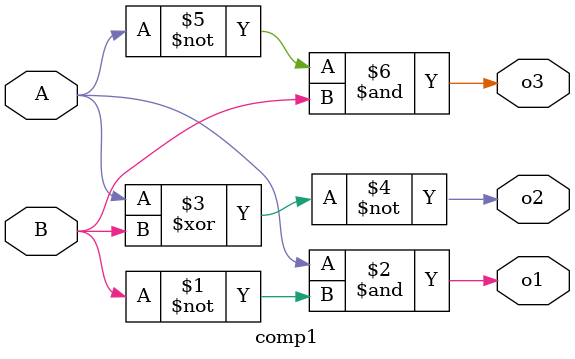
<source format=v>
module comp1 (
    input A,
    input B,
    output o1,  
    output o2,  
    output o3   
);

assign o1 = A & ~B;     
assign o2 = ~(A ^ B);   
assign o3 = ~A & B;     

endmodule

</source>
